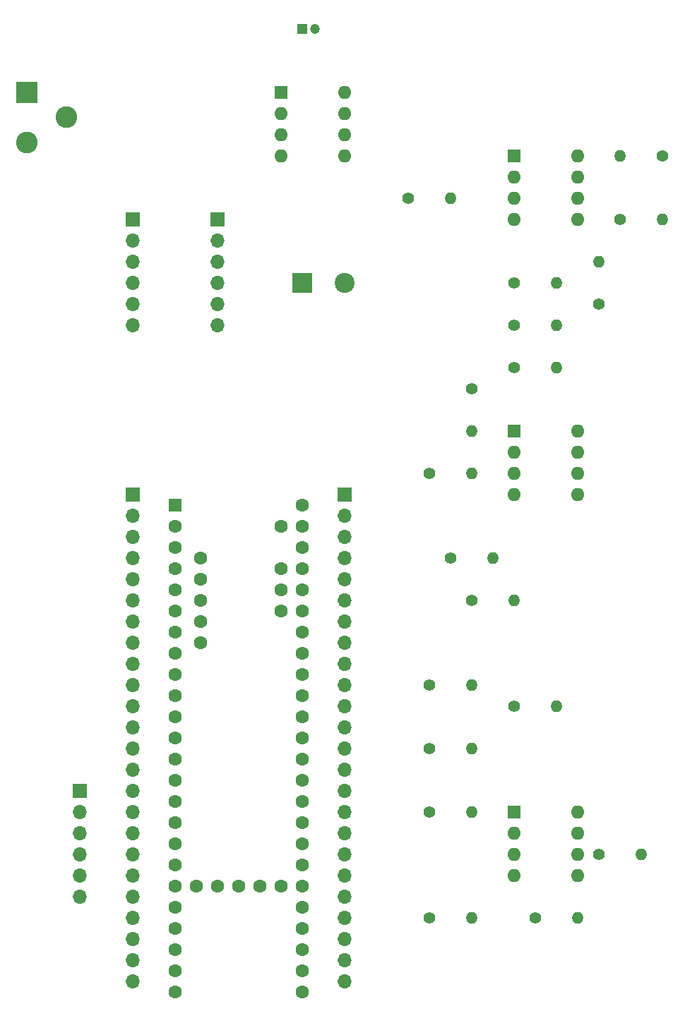
<source format=gbr>
%TF.GenerationSoftware,KiCad,Pcbnew,(5.1.10)-1*%
%TF.CreationDate,2021-10-06T15:46:29-04:00*%
%TF.ProjectId,dynamic clamp pcb,64796e61-6d69-4632-9063-6c616d702070,rev?*%
%TF.SameCoordinates,Original*%
%TF.FileFunction,Soldermask,Top*%
%TF.FilePolarity,Negative*%
%FSLAX46Y46*%
G04 Gerber Fmt 4.6, Leading zero omitted, Abs format (unit mm)*
G04 Created by KiCad (PCBNEW (5.1.10)-1) date 2021-10-06 15:46:29*
%MOMM*%
%LPD*%
G01*
G04 APERTURE LIST*
%ADD10R,2.600000X2.600000*%
%ADD11C,2.600000*%
%ADD12R,2.400000X2.400000*%
%ADD13C,2.400000*%
%ADD14R,1.200000X1.200000*%
%ADD15C,1.200000*%
%ADD16R,1.700000X1.700000*%
%ADD17O,1.700000X1.700000*%
%ADD18O,1.400000X1.400000*%
%ADD19C,1.400000*%
%ADD20R,1.600000X1.600000*%
%ADD21O,1.600000X1.600000*%
%ADD22C,1.600000*%
G04 APERTURE END LIST*
D10*
%TO.C,J2*%
X48260000Y-35560000D03*
D11*
X48260000Y-41560000D03*
X52960000Y-38560000D03*
%TD*%
D12*
%TO.C,C1*%
X81280000Y-58420000D03*
D13*
X86280000Y-58420000D03*
%TD*%
D14*
%TO.C,C2*%
X81280000Y-27940000D03*
D15*
X82780000Y-27940000D03*
%TD*%
D16*
%TO.C,J1*%
X54610000Y-119380000D03*
D17*
X54610000Y-121920000D03*
X54610000Y-124460000D03*
X54610000Y-127000000D03*
X54610000Y-129540000D03*
X54610000Y-132080000D03*
%TD*%
D16*
%TO.C,J4*%
X60960000Y-50800000D03*
D17*
X60960000Y-53340000D03*
X60960000Y-55880000D03*
X60960000Y-58420000D03*
X60960000Y-60960000D03*
X60960000Y-63500000D03*
%TD*%
%TO.C,J6*%
X60960000Y-142240000D03*
X60960000Y-139700000D03*
X60960000Y-137160000D03*
X60960000Y-134620000D03*
X60960000Y-132080000D03*
X60960000Y-129540000D03*
X60960000Y-127000000D03*
X60960000Y-124460000D03*
X60960000Y-121920000D03*
X60960000Y-119380000D03*
X60960000Y-116840000D03*
X60960000Y-114300000D03*
X60960000Y-111760000D03*
X60960000Y-109220000D03*
X60960000Y-106680000D03*
X60960000Y-104140000D03*
X60960000Y-101600000D03*
X60960000Y-99060000D03*
X60960000Y-96520000D03*
X60960000Y-93980000D03*
X60960000Y-91440000D03*
X60960000Y-88900000D03*
X60960000Y-86360000D03*
D16*
X60960000Y-83820000D03*
%TD*%
%TO.C,J7*%
X86360000Y-83820000D03*
D17*
X86360000Y-86360000D03*
X86360000Y-88900000D03*
X86360000Y-91440000D03*
X86360000Y-93980000D03*
X86360000Y-96520000D03*
X86360000Y-99060000D03*
X86360000Y-101600000D03*
X86360000Y-104140000D03*
X86360000Y-106680000D03*
X86360000Y-109220000D03*
X86360000Y-111760000D03*
X86360000Y-114300000D03*
X86360000Y-116840000D03*
X86360000Y-119380000D03*
X86360000Y-121920000D03*
X86360000Y-124460000D03*
X86360000Y-127000000D03*
X86360000Y-129540000D03*
X86360000Y-132080000D03*
X86360000Y-134620000D03*
X86360000Y-137160000D03*
X86360000Y-139700000D03*
X86360000Y-142240000D03*
%TD*%
%TO.C,J5_GND1*%
X71120000Y-63500000D03*
X71120000Y-60960000D03*
X71120000Y-58420000D03*
X71120000Y-55880000D03*
X71120000Y-53340000D03*
D16*
X71120000Y-50800000D03*
%TD*%
D18*
%TO.C,R1*%
X99060000Y-48260000D03*
D19*
X93980000Y-48260000D03*
%TD*%
D18*
%TO.C,R2*%
X111760000Y-63500000D03*
D19*
X106680000Y-63500000D03*
%TD*%
%TO.C,R3*%
X106680000Y-58420000D03*
D18*
X111760000Y-58420000D03*
%TD*%
D19*
%TO.C,R4*%
X116840000Y-60960000D03*
D18*
X116840000Y-55880000D03*
%TD*%
%TO.C,R5*%
X124460000Y-50800000D03*
D19*
X119380000Y-50800000D03*
%TD*%
%TO.C,R6*%
X124460000Y-43180000D03*
D18*
X119380000Y-43180000D03*
%TD*%
D19*
%TO.C,R7*%
X96520000Y-81280000D03*
D18*
X101600000Y-81280000D03*
%TD*%
%TO.C,R8*%
X104140000Y-91440000D03*
D19*
X99060000Y-91440000D03*
%TD*%
%TO.C,R9*%
X106680000Y-68580000D03*
D18*
X111760000Y-68580000D03*
%TD*%
%TO.C,R10*%
X101600000Y-76200000D03*
D19*
X101600000Y-71120000D03*
%TD*%
%TO.C,R11*%
X96520000Y-106680000D03*
D18*
X101600000Y-106680000D03*
%TD*%
%TO.C,R12*%
X101600000Y-121920000D03*
D19*
X96520000Y-121920000D03*
%TD*%
%TO.C,R13*%
X96520000Y-114300000D03*
D18*
X101600000Y-114300000D03*
%TD*%
%TO.C,R14*%
X101600000Y-134620000D03*
D19*
X96520000Y-134620000D03*
%TD*%
%TO.C,R15*%
X106680000Y-109220000D03*
D18*
X111760000Y-109220000D03*
%TD*%
D19*
%TO.C,R16*%
X116840000Y-127000000D03*
D18*
X121920000Y-127000000D03*
%TD*%
%TO.C,R17*%
X114300000Y-134620000D03*
D19*
X109220000Y-134620000D03*
%TD*%
D18*
%TO.C,R18*%
X106680000Y-96520000D03*
D19*
X101600000Y-96520000D03*
%TD*%
D20*
%TO.C,U1*%
X106680000Y-43180000D03*
D21*
X114300000Y-50800000D03*
X106680000Y-45720000D03*
X114300000Y-48260000D03*
X106680000Y-48260000D03*
X114300000Y-45720000D03*
X106680000Y-50800000D03*
X114300000Y-43180000D03*
%TD*%
D20*
%TO.C,U2*%
X106680000Y-76200000D03*
D21*
X114300000Y-83820000D03*
X106680000Y-78740000D03*
X114300000Y-81280000D03*
X106680000Y-81280000D03*
X114300000Y-78740000D03*
X106680000Y-83820000D03*
X114300000Y-76200000D03*
%TD*%
%TO.C,U3*%
X114300000Y-121920000D03*
X106680000Y-129540000D03*
X114300000Y-124460000D03*
X106680000Y-127000000D03*
X114300000Y-127000000D03*
X106680000Y-124460000D03*
X114300000Y-129540000D03*
D20*
X106680000Y-121920000D03*
%TD*%
D21*
%TO.C,U4*%
X86360000Y-35560000D03*
X78740000Y-43180000D03*
X86360000Y-38100000D03*
X78740000Y-40640000D03*
X86360000Y-40640000D03*
X78740000Y-38100000D03*
X86360000Y-43180000D03*
D20*
X78740000Y-35560000D03*
%TD*%
D22*
%TO.C,U5*%
X66040000Y-125730000D03*
X66040000Y-128270000D03*
X66040000Y-130810000D03*
X66040000Y-133350000D03*
X66040000Y-123190000D03*
X66040000Y-120650000D03*
X66040000Y-118110000D03*
X66040000Y-135890000D03*
X66040000Y-138430000D03*
X66040000Y-140970000D03*
X66040000Y-143510000D03*
X68580000Y-130810000D03*
X71120000Y-130810000D03*
X73660000Y-130810000D03*
X76200000Y-130810000D03*
X78740000Y-130810000D03*
X81280000Y-143510000D03*
X81280000Y-140970000D03*
X81280000Y-138430000D03*
X81280000Y-135890000D03*
X81280000Y-133350000D03*
X81280000Y-130810000D03*
X81280000Y-128270000D03*
X81280000Y-125730000D03*
X66040000Y-115570000D03*
X66040000Y-113030000D03*
X66040000Y-110490000D03*
X66040000Y-107950000D03*
X66040000Y-105410000D03*
X66040000Y-102870000D03*
X66040000Y-100330000D03*
X66040000Y-97790000D03*
X66040000Y-95250000D03*
X66040000Y-92710000D03*
X66040000Y-90170000D03*
X66040000Y-87630000D03*
D20*
X66040000Y-85090000D03*
D22*
X81280000Y-123190000D03*
X81280000Y-120650000D03*
X81280000Y-118110000D03*
X81280000Y-115570000D03*
X81280000Y-113030000D03*
X81280000Y-110490000D03*
X81280000Y-107950000D03*
X81280000Y-105410000D03*
X81280000Y-102870000D03*
X81280000Y-100330000D03*
X81280000Y-97790000D03*
X81280000Y-95250000D03*
X81280000Y-92710000D03*
X81280000Y-90170000D03*
X81280000Y-87630000D03*
X81280000Y-85090000D03*
X78740000Y-87630000D03*
X78740000Y-92710000D03*
X78740000Y-95250000D03*
X78740000Y-97790000D03*
X69040000Y-91440000D03*
X69040000Y-93980000D03*
X69040000Y-96520000D03*
X69040000Y-99060000D03*
X69040000Y-101600000D03*
%TD*%
M02*

</source>
